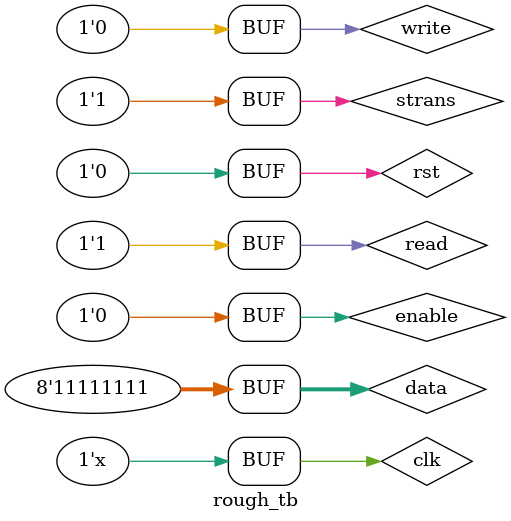
<source format=v>
module rough_tb( );

reg clk,rst,strans;
reg miso;
wire mosi,mclk,cs;

reg enable;
reg write;
reg read;
reg [7:0] data;
wire [7:0] out;

rough uut(.clk(clk), .rst(rst), .strans(strans), .miso(miso), .mosi(mosi), .mclk(mclk), .cs(cs), .enable(enable), .write(write), .read(read), .data(data), .out(out) );

always #5 clk = ~clk;




initial begin
clk = 1; rst =1; write=0;read=0; strans = 0; enable=1;#10
rst=0; data = 8'h02; write =1; #2 write=0; #8;
       data = 8'h04; write =1; #2 write=0; #8;
       data = 8'h08; write =1; #2 write=0; #8;
       data = 8'h16; write =1; #2 write=0; #8;
       data = 8'h32; write =1; #2 write=0; #8;
       data = 8'h64; write =1; #2 write=0; #8;
       data = 8'h6f; write =1; #2 write=0; #8;
       data = 8'hff; write =1; #2 write=0; #8;
        read = 1; #80;
 strans = 1;enable=0;

end



///////////////////////////////////////////////MEMORY /////////////////////////////////////////////////////////////////////
      

endmodule

</source>
